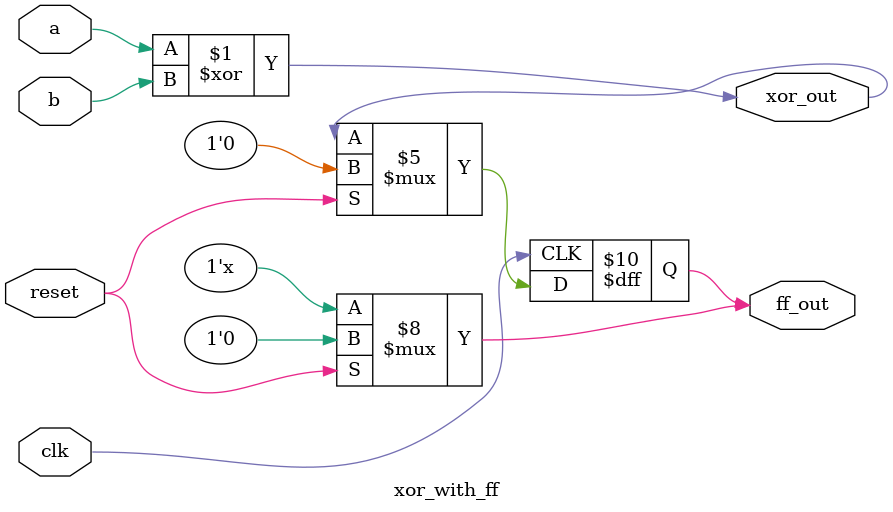
<source format=sv>
module xor_with_ff (
    input logic a,
    input logic b,
    input logic clk,
    input logic reset,
    output logic xor_out,
    output logic ff_out
);

    // Combinational logic for XOR operation
    assign xor_out = a ^ b;

    // Flip-flop with synchronous reset
    always @(*) begin
        if (reset) begin
            ff_out = 1'b0; // Asynchronous reset to 0
        end else begin
            ff_out = ff_out; // Retain previous value
        end
    end

    // Sequential logic for flip-flop
    always @(posedge clk) begin
        if (reset) begin
            ff_out <= 1'b0; // Reset on clock edge
        end else begin
            ff_out <= xor_out; // Capture XOR output
        end
    end

endmodule
</source>
